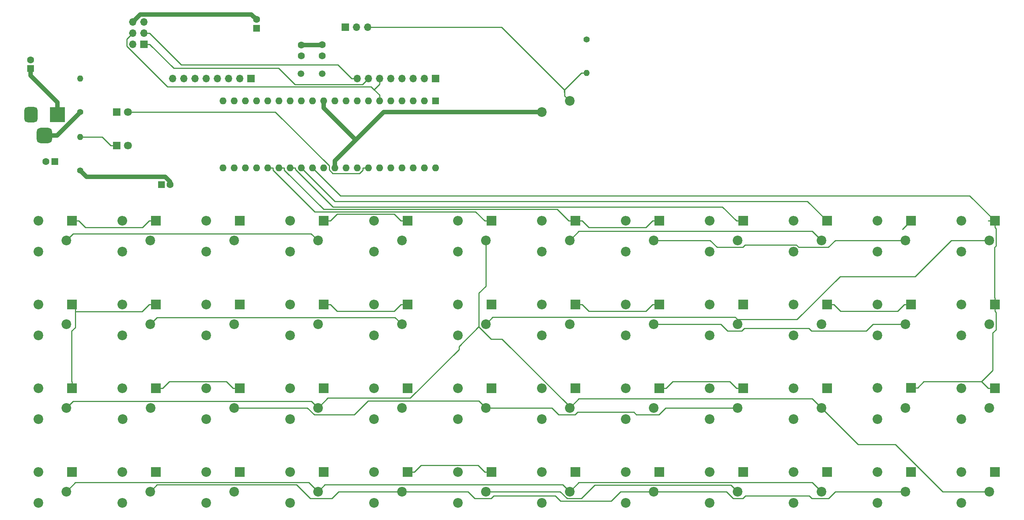
<source format=gbr>
%TF.GenerationSoftware,KiCad,Pcbnew,(6.0.0-0)*%
%TF.CreationDate,2022-09-22T00:13:08-04:00*%
%TF.ProjectId,justin-freetracing,6a757374-696e-42d6-9672-656574726163,rev?*%
%TF.SameCoordinates,Original*%
%TF.FileFunction,Copper,L1,Top*%
%TF.FilePolarity,Positive*%
%FSLAX46Y46*%
G04 Gerber Fmt 4.6, Leading zero omitted, Abs format (unit mm)*
G04 Created by KiCad (PCBNEW (6.0.0-0)) date 2022-09-22 00:13:08*
%MOMM*%
%LPD*%
G01*
G04 APERTURE LIST*
G04 Aperture macros list*
%AMRoundRect*
0 Rectangle with rounded corners*
0 $1 Rounding radius*
0 $2 $3 $4 $5 $6 $7 $8 $9 X,Y pos of 4 corners*
0 Add a 4 corners polygon primitive as box body*
4,1,4,$2,$3,$4,$5,$6,$7,$8,$9,$2,$3,0*
0 Add four circle primitives for the rounded corners*
1,1,$1+$1,$2,$3*
1,1,$1+$1,$4,$5*
1,1,$1+$1,$6,$7*
1,1,$1+$1,$8,$9*
0 Add four rect primitives between the rounded corners*
20,1,$1+$1,$2,$3,$4,$5,0*
20,1,$1+$1,$4,$5,$6,$7,0*
20,1,$1+$1,$6,$7,$8,$9,0*
20,1,$1+$1,$8,$9,$2,$3,0*%
G04 Aperture macros list end*
%TA.AperFunction,ComponentPad*%
%ADD10C,2.200000*%
%TD*%
%TA.AperFunction,ComponentPad*%
%ADD11R,1.700000X1.700000*%
%TD*%
%TA.AperFunction,ComponentPad*%
%ADD12O,1.700000X1.700000*%
%TD*%
%TA.AperFunction,ComponentPad*%
%ADD13R,1.600000X1.600000*%
%TD*%
%TA.AperFunction,ComponentPad*%
%ADD14C,1.600000*%
%TD*%
%TA.AperFunction,ComponentPad*%
%ADD15O,1.600000X1.600000*%
%TD*%
%TA.AperFunction,ComponentPad*%
%ADD16R,1.800000X1.800000*%
%TD*%
%TA.AperFunction,ComponentPad*%
%ADD17C,1.800000*%
%TD*%
%TA.AperFunction,ComponentPad*%
%ADD18C,1.400000*%
%TD*%
%TA.AperFunction,ComponentPad*%
%ADD19O,1.400000X1.400000*%
%TD*%
%TA.AperFunction,ComponentPad*%
%ADD20R,3.500000X3.500000*%
%TD*%
%TA.AperFunction,ComponentPad*%
%ADD21RoundRect,0.750000X-0.750000X-1.000000X0.750000X-1.000000X0.750000X1.000000X-0.750000X1.000000X0*%
%TD*%
%TA.AperFunction,ComponentPad*%
%ADD22RoundRect,0.875000X-0.875000X-0.875000X0.875000X-0.875000X0.875000X0.875000X-0.875000X0.875000X0*%
%TD*%
%TA.AperFunction,ComponentPad*%
%ADD23C,1.500000*%
%TD*%
%TA.AperFunction,ComponentPad*%
%ADD24R,2.200000X2.200000*%
%TD*%
%TA.AperFunction,ComponentPad*%
%ADD25O,2.200000X2.200000*%
%TD*%
%TA.AperFunction,Conductor*%
%ADD26C,0.250000*%
%TD*%
%TA.AperFunction,Conductor*%
%ADD27C,1.000000*%
%TD*%
G04 APERTURE END LIST*
D10*
%TO.P,K27,1,1*%
%TO.N,/KR2*%
X139700000Y-139700000D03*
%TO.P,K27,2,2*%
%TO.N,Net-(D27-Pad2)*%
X133350000Y-142240000D03*
%TD*%
%TO.P,K6,1,1*%
%TO.N,/KR5*%
X44450000Y-120650000D03*
%TO.P,K6,2,2*%
%TO.N,Net-(D6-Pad2)*%
X38100000Y-123190000D03*
%TD*%
%TO.P,K26,1,1*%
%TO.N,/KR1*%
X139700000Y-120650000D03*
%TO.P,K26,2,2*%
%TO.N,Net-(D26-Pad2)*%
X133350000Y-123190000D03*
%TD*%
%TO.P,K25,1,1*%
%TO.N,/KR0*%
X139700000Y-101600000D03*
%TO.P,K25,2,2*%
%TO.N,Net-(D25-Pad2)*%
X133350000Y-104140000D03*
%TD*%
D11*
%TO.P,J3,1,Pin_1*%
%TO.N,/PB0*%
X109220000Y-64770000D03*
D12*
%TO.P,J3,2,Pin_2*%
%TO.N,/PB1*%
X106680000Y-64770000D03*
%TO.P,J3,3,Pin_3*%
%TO.N,/PB2*%
X104140000Y-64770000D03*
%TO.P,J3,4,Pin_4*%
%TO.N,/PB3*%
X101600000Y-64770000D03*
%TO.P,J3,5,Pin_5*%
%TO.N,/PB4*%
X99060000Y-64770000D03*
%TO.P,J3,6,Pin_6*%
%TO.N,/MOSI*%
X96520000Y-64770000D03*
%TO.P,J3,7,Pin_7*%
%TO.N,/MISO*%
X93980000Y-64770000D03*
%TO.P,J3,8,Pin_8*%
%TO.N,/PB7*%
X91440000Y-64770000D03*
%TD*%
D13*
%TO.P,C5,1*%
%TO.N,VCC*%
X17280000Y-62520000D03*
D14*
%TO.P,C5,2*%
%TO.N,GND*%
X17280000Y-60520000D03*
%TD*%
D13*
%TO.P,U1,1,PB0*%
%TO.N,/PB0*%
X109220000Y-69850000D03*
D15*
%TO.P,U1,2,PB1*%
%TO.N,/PB1*%
X106680000Y-69850000D03*
%TO.P,U1,3,PB2*%
%TO.N,/PB2*%
X104140000Y-69850000D03*
%TO.P,U1,4,PB3*%
%TO.N,/PB3*%
X101600000Y-69850000D03*
%TO.P,U1,5,PB4*%
%TO.N,/PB4*%
X99060000Y-69850000D03*
%TO.P,U1,6,PB5*%
%TO.N,/MOSI*%
X96520000Y-69850000D03*
%TO.P,U1,7,PB6*%
%TO.N,/MISO*%
X93980000Y-69850000D03*
%TO.P,U1,8,PB7*%
%TO.N,/PB7*%
X91440000Y-69850000D03*
%TO.P,U1,9,~{RESET}*%
%TO.N,Net-(SW1-Pad2)*%
X88900000Y-69850000D03*
%TO.P,U1,10,VCC*%
%TO.N,VCC*%
X86360000Y-69850000D03*
%TO.P,U1,11,GND*%
%TO.N,GND*%
X83820000Y-69850000D03*
%TO.P,U1,12,XTAL2*%
%TO.N,Net-(C2-Pad2)*%
X81280000Y-69850000D03*
%TO.P,U1,13,XTAL1*%
%TO.N,Net-(C1-Pad2)*%
X78740000Y-69850000D03*
%TO.P,U1,14,PD0*%
%TO.N,/PD0*%
X76200000Y-69850000D03*
%TO.P,U1,15,PD1*%
%TO.N,/PD1*%
X73660000Y-69850000D03*
%TO.P,U1,16,PD2*%
%TO.N,/PD2*%
X71120000Y-69850000D03*
%TO.P,U1,17,PD3*%
%TO.N,/PD3*%
X68580000Y-69850000D03*
%TO.P,U1,18,PD4*%
%TO.N,/PD4*%
X66040000Y-69850000D03*
%TO.P,U1,19,PD5*%
%TO.N,/PD5*%
X63500000Y-69850000D03*
%TO.P,U1,20,PD6*%
%TO.N,/PD6*%
X60960000Y-69850000D03*
%TO.P,U1,21,PD7*%
%TO.N,/PD7*%
X60960000Y-85090000D03*
%TO.P,U1,22,PC0*%
%TO.N,/KC0*%
X63500000Y-85090000D03*
%TO.P,U1,23,PC1*%
%TO.N,/KC1*%
X66040000Y-85090000D03*
%TO.P,U1,24,PC2*%
%TO.N,/KC2*%
X68580000Y-85090000D03*
%TO.P,U1,25,PC3*%
%TO.N,/KC3*%
X71120000Y-85090000D03*
%TO.P,U1,26,PC4*%
%TO.N,/KC4*%
X73660000Y-85090000D03*
%TO.P,U1,27,PC5*%
%TO.N,/KC5*%
X76200000Y-85090000D03*
%TO.P,U1,28,PC6*%
%TO.N,/KC6*%
X78740000Y-85090000D03*
%TO.P,U1,29,PC7*%
%TO.N,/KC7*%
X81280000Y-85090000D03*
%TO.P,U1,30,AVCC*%
%TO.N,VCC*%
X83820000Y-85090000D03*
%TO.P,U1,31,GND*%
%TO.N,GND*%
X86360000Y-85090000D03*
%TO.P,U1,32,AREF*%
%TO.N,Net-(C3-Pad1)*%
X88900000Y-85090000D03*
%TO.P,U1,33,PA7*%
%TO.N,/PA7*%
X91440000Y-85090000D03*
%TO.P,U1,34,PA6*%
%TO.N,/PA6*%
X93980000Y-85090000D03*
%TO.P,U1,35,PA5*%
%TO.N,/KR5*%
X96520000Y-85090000D03*
%TO.P,U1,36,PA4*%
%TO.N,/KR4*%
X99060000Y-85090000D03*
%TO.P,U1,37,PA3*%
%TO.N,/KR3*%
X101600000Y-85090000D03*
%TO.P,U1,38,PA2*%
%TO.N,/KR2*%
X104140000Y-85090000D03*
%TO.P,U1,39,PA1*%
%TO.N,/KR1*%
X106680000Y-85090000D03*
%TO.P,U1,40,PA0*%
%TO.N,/KR0*%
X109220000Y-85090000D03*
%TD*%
D10*
%TO.P,K44,1,1*%
%TO.N,/KR1*%
X215900000Y-158750000D03*
%TO.P,K44,2,2*%
%TO.N,Net-(D44-Pad2)*%
X209550000Y-161290000D03*
%TD*%
%TO.P,K33,1,1*%
%TO.N,/KR2*%
X177800000Y-101600000D03*
%TO.P,K33,2,2*%
%TO.N,Net-(D33-Pad2)*%
X171450000Y-104140000D03*
%TD*%
%TO.P,K2,1,1*%
%TO.N,/KR1*%
X25400000Y-120650000D03*
%TO.P,K2,2,2*%
%TO.N,Net-(D2-Pad2)*%
X19050000Y-123190000D03*
%TD*%
D13*
%TO.P,C3,1*%
%TO.N,Net-(C3-Pad1)*%
X46990000Y-88900000D03*
D14*
%TO.P,C3,2*%
%TO.N,GND*%
X48990000Y-88900000D03*
%TD*%
D10*
%TO.P,K36,1,1*%
%TO.N,/KR5*%
X177800000Y-158750000D03*
%TO.P,K36,2,2*%
%TO.N,Net-(D36-Pad2)*%
X171450000Y-161290000D03*
%TD*%
%TO.P,K8,1,1*%
%TO.N,/KR1*%
X44450000Y-158750000D03*
%TO.P,K8,2,2*%
%TO.N,Net-(D8-Pad2)*%
X38100000Y-161290000D03*
%TD*%
D16*
%TO.P,D50,1,K*%
%TO.N,Net-(D50-Pad1)*%
X36830000Y-80010000D03*
D17*
%TO.P,D50,2,A*%
%TO.N,/PA7*%
X39370000Y-80010000D03*
%TD*%
D10*
%TO.P,K12,1,1*%
%TO.N,/KR5*%
X63500000Y-158750000D03*
%TO.P,K12,2,2*%
%TO.N,Net-(D12-Pad2)*%
X57150000Y-161290000D03*
%TD*%
%TO.P,K5,1,1*%
%TO.N,/KR4*%
X44450000Y-101600000D03*
%TO.P,K5,2,2*%
%TO.N,Net-(D5-Pad2)*%
X38100000Y-104140000D03*
%TD*%
%TO.P,K14,1,1*%
%TO.N,/KR1*%
X82550000Y-120650000D03*
%TO.P,K14,2,2*%
%TO.N,Net-(D14-Pad2)*%
X76200000Y-123190000D03*
%TD*%
%TO.P,K38,1,1*%
%TO.N,/KR1*%
X196850000Y-120650000D03*
%TO.P,K38,2,2*%
%TO.N,Net-(D38-Pad2)*%
X190500000Y-123190000D03*
%TD*%
D13*
%TO.P,C4,1*%
%TO.N,VCC*%
X68580000Y-53340000D03*
D14*
%TO.P,C4,2*%
%TO.N,GND*%
X68580000Y-51340000D03*
%TD*%
D10*
%TO.P,K23,1,1*%
%TO.N,/KR4*%
X120650000Y-139700000D03*
%TO.P,K23,2,2*%
%TO.N,Net-(D23-Pad2)*%
X114300000Y-142240000D03*
%TD*%
%TO.P,K16,1,1*%
%TO.N,/KR3*%
X82550000Y-158750000D03*
%TO.P,K16,2,2*%
%TO.N,Net-(D16-Pad2)*%
X76200000Y-161290000D03*
%TD*%
D18*
%TO.P,R1,1*%
%TO.N,GND*%
X28575000Y-72390000D03*
D19*
%TO.P,R1,2*%
%TO.N,Net-(D49-Pad1)*%
X28575000Y-64770000D03*
%TD*%
D10*
%TO.P,K10,1,1*%
%TO.N,/KR3*%
X63500000Y-120650000D03*
%TO.P,K10,2,2*%
%TO.N,Net-(D10-Pad2)*%
X57150000Y-123190000D03*
%TD*%
%TO.P,K43,1,1*%
%TO.N,/KR0*%
X215900000Y-139700000D03*
%TO.P,K43,2,2*%
%TO.N,Net-(D43-Pad2)*%
X209550000Y-142240000D03*
%TD*%
%TO.P,K49,1,1*%
%TO.N,Net-(K49-Pad1)*%
X139700000Y-69850000D03*
%TO.P,K49,2,2*%
%TO.N,GND*%
X133350000Y-72390000D03*
%TD*%
%TO.P,K48,1,1*%
%TO.N,/KR5*%
X234950000Y-139700000D03*
%TO.P,K48,2,2*%
%TO.N,Net-(D48-Pad2)*%
X228600000Y-142240000D03*
%TD*%
%TO.P,K13,1,1*%
%TO.N,/KR0*%
X82550000Y-101600000D03*
%TO.P,K13,2,2*%
%TO.N,Net-(D13-Pad2)*%
X76200000Y-104140000D03*
%TD*%
D11*
%TO.P,SW1,1,A*%
%TO.N,/~RESET*%
X88740000Y-53117500D03*
D12*
%TO.P,SW1,2,B*%
%TO.N,Net-(SW1-Pad2)*%
X91280000Y-53117500D03*
%TO.P,SW1,3,C*%
%TO.N,Net-(K49-Pad1)*%
X93820000Y-53117500D03*
%TD*%
D10*
%TO.P,K29,1,1*%
%TO.N,/KR4*%
X158750000Y-101600000D03*
%TO.P,K29,2,2*%
%TO.N,Net-(D29-Pad2)*%
X152400000Y-104140000D03*
%TD*%
%TO.P,K15,1,1*%
%TO.N,/KR2*%
X82550000Y-139700000D03*
%TO.P,K15,2,2*%
%TO.N,Net-(D15-Pad2)*%
X76200000Y-142240000D03*
%TD*%
%TO.P,K7,1,1*%
%TO.N,/KR0*%
X44577000Y-139700000D03*
%TO.P,K7,2,2*%
%TO.N,Net-(D7-Pad2)*%
X38227000Y-142240000D03*
%TD*%
%TO.P,K47,1,1*%
%TO.N,/KR4*%
X234950000Y-120650000D03*
%TO.P,K47,2,2*%
%TO.N,Net-(D47-Pad2)*%
X228600000Y-123190000D03*
%TD*%
%TO.P,K28,1,1*%
%TO.N,/KR3*%
X139700000Y-158750000D03*
%TO.P,K28,2,2*%
%TO.N,Net-(D28-Pad2)*%
X133350000Y-161290000D03*
%TD*%
%TO.P,K46,1,1*%
%TO.N,/KR3*%
X234950000Y-101600000D03*
%TO.P,K46,2,2*%
%TO.N,Net-(D46-Pad2)*%
X228600000Y-104140000D03*
%TD*%
%TO.P,K9,1,1*%
%TO.N,/KR2*%
X63500000Y-101600000D03*
%TO.P,K9,2,2*%
%TO.N,Net-(D9-Pad2)*%
X57150000Y-104140000D03*
%TD*%
D13*
%TO.P,C6,1*%
%TO.N,VCC*%
X22800000Y-83640000D03*
D14*
%TO.P,C6,2*%
%TO.N,GND*%
X20800000Y-83640000D03*
%TD*%
D10*
%TO.P,K20,1,1*%
%TO.N,/KR1*%
X101600000Y-158750000D03*
%TO.P,K20,2,2*%
%TO.N,Net-(D20-Pad2)*%
X95250000Y-161290000D03*
%TD*%
%TO.P,K45,1,1*%
%TO.N,/KR2*%
X234950000Y-158750000D03*
%TO.P,K45,2,2*%
%TO.N,Net-(D45-Pad2)*%
X228600000Y-161290000D03*
%TD*%
D18*
%TO.P,R2,1*%
%TO.N,GND*%
X28575000Y-85725000D03*
D19*
%TO.P,R2,2*%
%TO.N,Net-(D50-Pad1)*%
X28575000Y-78105000D03*
%TD*%
D10*
%TO.P,K17,1,1*%
%TO.N,/KR4*%
X101600000Y-101600000D03*
%TO.P,K17,2,2*%
%TO.N,Net-(D17-Pad2)*%
X95250000Y-104140000D03*
%TD*%
%TO.P,K34,1,1*%
%TO.N,/KR3*%
X177800000Y-120650000D03*
%TO.P,K34,2,2*%
%TO.N,Net-(D34-Pad2)*%
X171450000Y-123190000D03*
%TD*%
%TO.P,K32,1,1*%
%TO.N,/KR1*%
X158750000Y-158750000D03*
%TO.P,K32,2,2*%
%TO.N,Net-(D32-Pad2)*%
X152400000Y-161290000D03*
%TD*%
%TO.P,K40,1,1*%
%TO.N,/KR3*%
X196850000Y-158750000D03*
%TO.P,K40,2,2*%
%TO.N,Net-(D40-Pad2)*%
X190500000Y-161290000D03*
%TD*%
%TO.P,K31,1,1*%
%TO.N,/KR0*%
X158750000Y-139700000D03*
%TO.P,K31,2,2*%
%TO.N,Net-(D31-Pad2)*%
X152400000Y-142240000D03*
%TD*%
%TO.P,K18,1,1*%
%TO.N,/KR5*%
X101600000Y-120650000D03*
%TO.P,K18,2,2*%
%TO.N,Net-(D18-Pad2)*%
X95250000Y-123190000D03*
%TD*%
%TO.P,K41,1,1*%
%TO.N,/KR4*%
X215900000Y-101600000D03*
%TO.P,K41,2,2*%
%TO.N,Net-(D41-Pad2)*%
X209550000Y-104140000D03*
%TD*%
%TO.P,K39,1,1*%
%TO.N,/KR2*%
X196850000Y-139700000D03*
%TO.P,K39,2,2*%
%TO.N,Net-(D39-Pad2)*%
X190500000Y-142240000D03*
%TD*%
%TO.P,K21,1,1*%
%TO.N,/KR2*%
X120650000Y-101600000D03*
%TO.P,K21,2,2*%
%TO.N,Net-(D21-Pad2)*%
X114300000Y-104140000D03*
%TD*%
D11*
%TO.P,J2,1,Pin_1*%
%TO.N,/MISO*%
X43060000Y-56980000D03*
D12*
%TO.P,J2,2,Pin_2*%
%TO.N,VCC*%
X40520000Y-56980000D03*
%TO.P,J2,3,Pin_3*%
%TO.N,/PB7*%
X43060000Y-54440000D03*
%TO.P,J2,4,Pin_4*%
%TO.N,/MOSI*%
X40520000Y-54440000D03*
%TO.P,J2,5,Pin_5*%
%TO.N,/~RESET*%
X43060000Y-51900000D03*
%TO.P,J2,6,Pin_6*%
%TO.N,GND*%
X40520000Y-51900000D03*
%TD*%
D18*
%TO.P,R3,1*%
%TO.N,VCC*%
X143510000Y-55880000D03*
D19*
%TO.P,R3,2*%
%TO.N,Net-(K49-Pad1)*%
X143510000Y-63500000D03*
%TD*%
D20*
%TO.P,J5,1*%
%TO.N,VCC*%
X23400000Y-73022500D03*
D21*
%TO.P,J5,2*%
%TO.N,unconnected-(J5-Pad2)*%
X17400000Y-73022500D03*
D22*
%TO.P,J5,3*%
%TO.N,GND*%
X20400000Y-77722500D03*
%TD*%
D14*
%TO.P,C2,1*%
%TO.N,GND*%
X83490000Y-57130000D03*
%TO.P,C2,2*%
%TO.N,Net-(C2-Pad2)*%
X83490000Y-59630000D03*
%TD*%
D10*
%TO.P,K37,1,1*%
%TO.N,/KR0*%
X196850000Y-101600000D03*
%TO.P,K37,2,2*%
%TO.N,Net-(D37-Pad2)*%
X190500000Y-104140000D03*
%TD*%
D16*
%TO.P,D49,1,K*%
%TO.N,Net-(D49-Pad1)*%
X36830000Y-72390000D03*
D17*
%TO.P,D49,2,A*%
%TO.N,/PA6*%
X39370000Y-72390000D03*
%TD*%
D11*
%TO.P,J1,1,Pin_1*%
%TO.N,/PD0*%
X67310000Y-64770000D03*
D12*
%TO.P,J1,2,Pin_2*%
%TO.N,/PD1*%
X64770000Y-64770000D03*
%TO.P,J1,3,Pin_3*%
%TO.N,/PD2*%
X62230000Y-64770000D03*
%TO.P,J1,4,Pin_4*%
%TO.N,/PD3*%
X59690000Y-64770000D03*
%TO.P,J1,5,Pin_5*%
%TO.N,/PD4*%
X57150000Y-64770000D03*
%TO.P,J1,6,Pin_6*%
%TO.N,/PD5*%
X54610000Y-64770000D03*
%TO.P,J1,7,Pin_7*%
%TO.N,/PD6*%
X52070000Y-64770000D03*
%TO.P,J1,8,Pin_8*%
%TO.N,/PD7*%
X49530000Y-64770000D03*
%TD*%
D10*
%TO.P,K3,1,1*%
%TO.N,/KR2*%
X25400000Y-139700000D03*
%TO.P,K3,2,2*%
%TO.N,Net-(D3-Pad2)*%
X19050000Y-142240000D03*
%TD*%
%TO.P,K24,1,1*%
%TO.N,/KR5*%
X120650000Y-158750000D03*
%TO.P,K24,2,2*%
%TO.N,Net-(D24-Pad2)*%
X114300000Y-161290000D03*
%TD*%
D14*
%TO.P,C1,1*%
%TO.N,GND*%
X78740000Y-57150000D03*
%TO.P,C1,2*%
%TO.N,Net-(C1-Pad2)*%
X78740000Y-59650000D03*
%TD*%
D10*
%TO.P,K1,1,1*%
%TO.N,/KR0*%
X25400000Y-101600000D03*
%TO.P,K1,2,2*%
%TO.N,Net-(D1-Pad2)*%
X19050000Y-104140000D03*
%TD*%
%TO.P,K42,1,1*%
%TO.N,/KR5*%
X215900000Y-120650000D03*
%TO.P,K42,2,2*%
%TO.N,Net-(D42-Pad2)*%
X209550000Y-123190000D03*
%TD*%
%TO.P,K19,1,1*%
%TO.N,/KR0*%
X101600000Y-139700000D03*
%TO.P,K19,2,2*%
%TO.N,Net-(D19-Pad2)*%
X95250000Y-142240000D03*
%TD*%
%TO.P,K35,1,1*%
%TO.N,/KR4*%
X177800000Y-139700000D03*
%TO.P,K35,2,2*%
%TO.N,Net-(D35-Pad2)*%
X171450000Y-142240000D03*
%TD*%
%TO.P,K11,1,1*%
%TO.N,/KR4*%
X63500000Y-139700000D03*
%TO.P,K11,2,2*%
%TO.N,Net-(D11-Pad2)*%
X57150000Y-142240000D03*
%TD*%
%TO.P,K22,1,1*%
%TO.N,/KR3*%
X120650000Y-120650000D03*
%TO.P,K22,2,2*%
%TO.N,Net-(D22-Pad2)*%
X114300000Y-123190000D03*
%TD*%
%TO.P,K4,1,1*%
%TO.N,/KR3*%
X25400000Y-158750000D03*
%TO.P,K4,2,2*%
%TO.N,Net-(D4-Pad2)*%
X19050000Y-161290000D03*
%TD*%
D23*
%TO.P,Y1,1,1*%
%TO.N,Net-(C2-Pad2)*%
X83545000Y-63655000D03*
%TO.P,Y1,2,2*%
%TO.N,Net-(C1-Pad2)*%
X78665000Y-63655000D03*
%TD*%
D10*
%TO.P,K30,1,1*%
%TO.N,/KR5*%
X158750000Y-120650000D03*
%TO.P,K30,2,2*%
%TO.N,Net-(D30-Pad2)*%
X152400000Y-123190000D03*
%TD*%
D24*
%TO.P,D45,1,K*%
%TO.N,/KC7*%
X236220000Y-154305000D03*
D25*
%TO.P,D45,2,A*%
%TO.N,Net-(D45-Pad2)*%
X228600000Y-154305000D03*
%TD*%
D24*
%TO.P,D17,1,K*%
%TO.N,/KC2*%
X102870000Y-97155000D03*
D25*
%TO.P,D17,2,A*%
%TO.N,Net-(D17-Pad2)*%
X95250000Y-97155000D03*
%TD*%
D24*
%TO.P,D25,1,K*%
%TO.N,/KC4*%
X140970000Y-97155000D03*
D25*
%TO.P,D25,2,A*%
%TO.N,Net-(D25-Pad2)*%
X133350000Y-97155000D03*
%TD*%
D24*
%TO.P,D23,1,K*%
%TO.N,/KC3*%
X121920000Y-135255000D03*
D25*
%TO.P,D23,2,A*%
%TO.N,Net-(D23-Pad2)*%
X114300000Y-135255000D03*
%TD*%
D24*
%TO.P,D7,1,K*%
%TO.N,/KC1*%
X45720000Y-135255000D03*
D25*
%TO.P,D7,2,A*%
%TO.N,Net-(D7-Pad2)*%
X38100000Y-135255000D03*
%TD*%
D24*
%TO.P,D37,1,K*%
%TO.N,/KC6*%
X198120000Y-97155000D03*
D25*
%TO.P,D37,2,A*%
%TO.N,Net-(D37-Pad2)*%
X190500000Y-97155000D03*
%TD*%
D24*
%TO.P,D41,1,K*%
%TO.N,/KC6*%
X217170000Y-97155000D03*
D25*
%TO.P,D41,2,A*%
%TO.N,Net-(D41-Pad2)*%
X209550000Y-97155000D03*
%TD*%
D24*
%TO.P,D28,1,K*%
%TO.N,/KC4*%
X140970000Y-154305000D03*
D25*
%TO.P,D28,2,A*%
%TO.N,Net-(D28-Pad2)*%
X133350000Y-154305000D03*
%TD*%
D24*
%TO.P,D11,1,K*%
%TO.N,/KC1*%
X64770000Y-135255000D03*
D25*
%TO.P,D11,2,A*%
%TO.N,Net-(D11-Pad2)*%
X57150000Y-135255000D03*
%TD*%
D24*
%TO.P,D43,1,K*%
%TO.N,/KC7*%
X217170000Y-135128000D03*
D25*
%TO.P,D43,2,A*%
%TO.N,Net-(D43-Pad2)*%
X209550000Y-135128000D03*
%TD*%
D24*
%TO.P,D21,1,K*%
%TO.N,/KC3*%
X121920000Y-97155000D03*
D25*
%TO.P,D21,2,A*%
%TO.N,Net-(D21-Pad2)*%
X114300000Y-97155000D03*
%TD*%
D24*
%TO.P,D27,1,K*%
%TO.N,/KC4*%
X140970000Y-135255000D03*
D25*
%TO.P,D27,2,A*%
%TO.N,Net-(D27-Pad2)*%
X133350000Y-135255000D03*
%TD*%
D24*
%TO.P,D35,1,K*%
%TO.N,/KC5*%
X179070000Y-135255000D03*
D25*
%TO.P,D35,2,A*%
%TO.N,Net-(D35-Pad2)*%
X171450000Y-135255000D03*
%TD*%
D24*
%TO.P,D16,1,K*%
%TO.N,/KC2*%
X83820000Y-154305000D03*
D25*
%TO.P,D16,2,A*%
%TO.N,Net-(D16-Pad2)*%
X76200000Y-154305000D03*
%TD*%
D24*
%TO.P,D19,1,K*%
%TO.N,/KC3*%
X102870000Y-135255000D03*
D25*
%TO.P,D19,2,A*%
%TO.N,Net-(D19-Pad2)*%
X95250000Y-135255000D03*
%TD*%
D24*
%TO.P,D42,1,K*%
%TO.N,/KC6*%
X217170000Y-116205000D03*
D25*
%TO.P,D42,2,A*%
%TO.N,Net-(D42-Pad2)*%
X209550000Y-116205000D03*
%TD*%
D24*
%TO.P,D31,1,K*%
%TO.N,/KC5*%
X160020000Y-135255000D03*
D25*
%TO.P,D31,2,A*%
%TO.N,Net-(D31-Pad2)*%
X152400000Y-135255000D03*
%TD*%
D24*
%TO.P,D38,1,K*%
%TO.N,/KC6*%
X198120000Y-116205000D03*
D25*
%TO.P,D38,2,A*%
%TO.N,Net-(D38-Pad2)*%
X190500000Y-116205000D03*
%TD*%
D24*
%TO.P,D15,1,K*%
%TO.N,/KC2*%
X83820000Y-135255000D03*
D25*
%TO.P,D15,2,A*%
%TO.N,Net-(D15-Pad2)*%
X76200000Y-135255000D03*
%TD*%
D24*
%TO.P,D34,1,K*%
%TO.N,/KC5*%
X179070000Y-116205000D03*
D25*
%TO.P,D34,2,A*%
%TO.N,Net-(D34-Pad2)*%
X171450000Y-116205000D03*
%TD*%
D24*
%TO.P,D10,1,K*%
%TO.N,/KC1*%
X64770000Y-116205000D03*
D25*
%TO.P,D10,2,A*%
%TO.N,Net-(D10-Pad2)*%
X57150000Y-116205000D03*
%TD*%
D24*
%TO.P,D40,1,K*%
%TO.N,/KC6*%
X198120000Y-154305000D03*
D25*
%TO.P,D40,2,A*%
%TO.N,Net-(D40-Pad2)*%
X190500000Y-154305000D03*
%TD*%
D24*
%TO.P,D13,1,K*%
%TO.N,/KC2*%
X83820000Y-97155000D03*
D25*
%TO.P,D13,2,A*%
%TO.N,Net-(D13-Pad2)*%
X76200000Y-97155000D03*
%TD*%
D24*
%TO.P,D29,1,K*%
%TO.N,/KC4*%
X160020000Y-97155000D03*
D25*
%TO.P,D29,2,A*%
%TO.N,Net-(D29-Pad2)*%
X152400000Y-97155000D03*
%TD*%
D24*
%TO.P,D6,1,K*%
%TO.N,/KC0*%
X45720000Y-116205000D03*
D25*
%TO.P,D6,2,A*%
%TO.N,Net-(D6-Pad2)*%
X38100000Y-116205000D03*
%TD*%
D24*
%TO.P,D5,1,K*%
%TO.N,/KC0*%
X45720000Y-97155000D03*
D25*
%TO.P,D5,2,A*%
%TO.N,Net-(D5-Pad2)*%
X38100000Y-97155000D03*
%TD*%
D24*
%TO.P,D12,1,K*%
%TO.N,/KC1*%
X64770000Y-154305000D03*
D25*
%TO.P,D12,2,A*%
%TO.N,Net-(D12-Pad2)*%
X57150000Y-154305000D03*
%TD*%
D24*
%TO.P,D32,1,K*%
%TO.N,/KC5*%
X160020000Y-154305000D03*
D25*
%TO.P,D32,2,A*%
%TO.N,Net-(D32-Pad2)*%
X152400000Y-154305000D03*
%TD*%
D24*
%TO.P,D44,1,K*%
%TO.N,/KC7*%
X217170000Y-154305000D03*
D25*
%TO.P,D44,2,A*%
%TO.N,Net-(D44-Pad2)*%
X209550000Y-154305000D03*
%TD*%
D24*
%TO.P,D8,1,K*%
%TO.N,/KC1*%
X45720000Y-154305000D03*
D25*
%TO.P,D8,2,A*%
%TO.N,Net-(D8-Pad2)*%
X38100000Y-154305000D03*
%TD*%
D24*
%TO.P,D9,1,K*%
%TO.N,/KC1*%
X64770000Y-97155000D03*
D25*
%TO.P,D9,2,A*%
%TO.N,Net-(D9-Pad2)*%
X57150000Y-97155000D03*
%TD*%
D24*
%TO.P,D14,1,K*%
%TO.N,/KC2*%
X83820000Y-116205000D03*
D25*
%TO.P,D14,2,A*%
%TO.N,Net-(D14-Pad2)*%
X76200000Y-116205000D03*
%TD*%
D24*
%TO.P,D20,1,K*%
%TO.N,/KC3*%
X102870000Y-154305000D03*
D25*
%TO.P,D20,2,A*%
%TO.N,Net-(D20-Pad2)*%
X95250000Y-154305000D03*
%TD*%
D24*
%TO.P,D46,1,K*%
%TO.N,/KC7*%
X236220000Y-97155000D03*
D25*
%TO.P,D46,2,A*%
%TO.N,Net-(D46-Pad2)*%
X228600000Y-97155000D03*
%TD*%
D24*
%TO.P,D18,1,K*%
%TO.N,/KC2*%
X102870000Y-116205000D03*
D25*
%TO.P,D18,2,A*%
%TO.N,Net-(D18-Pad2)*%
X95250000Y-116205000D03*
%TD*%
D24*
%TO.P,D47,1,K*%
%TO.N,/KC7*%
X236220000Y-116205000D03*
D25*
%TO.P,D47,2,A*%
%TO.N,Net-(D47-Pad2)*%
X228600000Y-116205000D03*
%TD*%
D24*
%TO.P,D24,1,K*%
%TO.N,/KC3*%
X121920000Y-154305000D03*
D25*
%TO.P,D24,2,A*%
%TO.N,Net-(D24-Pad2)*%
X114300000Y-154305000D03*
%TD*%
D24*
%TO.P,D22,1,K*%
%TO.N,/KC3*%
X121920000Y-116205000D03*
D25*
%TO.P,D22,2,A*%
%TO.N,Net-(D22-Pad2)*%
X114300000Y-116205000D03*
%TD*%
D24*
%TO.P,D4,1,K*%
%TO.N,/KC0*%
X26670000Y-154305000D03*
D25*
%TO.P,D4,2,A*%
%TO.N,Net-(D4-Pad2)*%
X19050000Y-154305000D03*
%TD*%
D24*
%TO.P,D3,1,K*%
%TO.N,/KC0*%
X26670000Y-135255000D03*
D25*
%TO.P,D3,2,A*%
%TO.N,Net-(D3-Pad2)*%
X19050000Y-135255000D03*
%TD*%
D24*
%TO.P,D1,1,K*%
%TO.N,/KC0*%
X26670000Y-97155000D03*
D25*
%TO.P,D1,2,A*%
%TO.N,Net-(D1-Pad2)*%
X19050000Y-97155000D03*
%TD*%
D24*
%TO.P,D33,1,K*%
%TO.N,/KC5*%
X179070000Y-97155000D03*
D25*
%TO.P,D33,2,A*%
%TO.N,Net-(D33-Pad2)*%
X171450000Y-97155000D03*
%TD*%
D24*
%TO.P,D2,1,K*%
%TO.N,/KC0*%
X26670000Y-116205000D03*
D25*
%TO.P,D2,2,A*%
%TO.N,Net-(D2-Pad2)*%
X19050000Y-116205000D03*
%TD*%
D24*
%TO.P,D39,1,K*%
%TO.N,/KC6*%
X198120000Y-135255000D03*
D25*
%TO.P,D39,2,A*%
%TO.N,Net-(D39-Pad2)*%
X190500000Y-135255000D03*
%TD*%
D24*
%TO.P,D26,1,K*%
%TO.N,/KC4*%
X140970000Y-116205000D03*
D25*
%TO.P,D26,2,A*%
%TO.N,Net-(D26-Pad2)*%
X133350000Y-116205000D03*
%TD*%
D24*
%TO.P,D48,1,K*%
%TO.N,/KC7*%
X236220000Y-135255000D03*
D25*
%TO.P,D48,2,A*%
%TO.N,Net-(D48-Pad2)*%
X228600000Y-135255000D03*
%TD*%
D24*
%TO.P,D36,1,K*%
%TO.N,/KC5*%
X179070000Y-154305000D03*
D25*
%TO.P,D36,2,A*%
%TO.N,Net-(D36-Pad2)*%
X171450000Y-154305000D03*
%TD*%
D24*
%TO.P,D30,1,K*%
%TO.N,/KC4*%
X160020000Y-116205000D03*
D25*
%TO.P,D30,2,A*%
%TO.N,Net-(D30-Pad2)*%
X152400000Y-116205000D03*
%TD*%
D26*
%TO.N,/KC7*%
X236220000Y-97155000D02*
X230505000Y-91440000D01*
X230505000Y-91440000D02*
X87630000Y-91440000D01*
X87630000Y-91440000D02*
X81280000Y-85090000D01*
%TO.N,/KC6*%
X198120000Y-97155000D02*
X193675000Y-92710000D01*
X193675000Y-92710000D02*
X86360000Y-92710000D01*
X86360000Y-92710000D02*
X78740000Y-85090000D01*
X217170000Y-97155000D02*
X215265000Y-99060000D01*
%TO.N,/KC0*%
X42632200Y-117768000D02*
X44194900Y-116205000D01*
X29720200Y-98680100D02*
X42669800Y-98680100D01*
X27432600Y-117768000D02*
X27432600Y-121407000D01*
X26670000Y-97155000D02*
X28195100Y-97155000D01*
X27432600Y-121407000D02*
X26612900Y-122227000D01*
X27432600Y-116205000D02*
X27432600Y-117768000D01*
X28195100Y-97155000D02*
X29720200Y-98680100D01*
X26612900Y-133673000D02*
X26670000Y-133730000D01*
X44194900Y-97155000D02*
X45720000Y-97155000D01*
X44194900Y-116205000D02*
X45720000Y-116205000D01*
X27432600Y-117768000D02*
X42632200Y-117768000D01*
X42669800Y-98680100D02*
X44194900Y-97155000D01*
X26670000Y-133730000D02*
X26670000Y-135255000D01*
X26670000Y-116205000D02*
X27432600Y-116205000D01*
X26612900Y-122227000D02*
X26612900Y-133673000D01*
%TO.N,/KC1*%
X47245100Y-135255000D02*
X45720000Y-135255000D01*
X63244900Y-135255000D02*
X61719800Y-133730000D01*
X61719800Y-133730000D02*
X48770200Y-133730000D01*
X64770000Y-135255000D02*
X63244900Y-135255000D01*
X48770200Y-133730000D02*
X47245100Y-135255000D01*
%TO.N,/KC3*%
X72345100Y-85090000D02*
X71120000Y-85090000D01*
X121920000Y-154305000D02*
X120395000Y-154305000D01*
X81827200Y-95079800D02*
X72345100Y-85597700D01*
X120395000Y-97155000D02*
X118320000Y-95079800D01*
X118870000Y-152780000D02*
X105920000Y-152780000D01*
X120395000Y-154305000D02*
X118870000Y-152780000D01*
X118320000Y-95079800D02*
X81827200Y-95079800D01*
X104395000Y-154305000D02*
X102870000Y-154305000D01*
X105920000Y-152780000D02*
X104395000Y-154305000D01*
X121920000Y-97155000D02*
X120395000Y-97155000D01*
X72345100Y-85597700D02*
X72345100Y-85090000D01*
%TO.N,/KC5*%
X177545000Y-97155000D02*
X179070000Y-97155000D01*
X179070000Y-135255000D02*
X177545000Y-135255000D01*
X163070000Y-133730000D02*
X161545000Y-135255000D01*
X174369000Y-93979500D02*
X177545000Y-97155000D01*
X77425100Y-85090000D02*
X77425100Y-85470800D01*
X76200000Y-85090000D02*
X77425100Y-85090000D01*
X177545000Y-135255000D02*
X176020000Y-133730000D01*
X77425100Y-85470800D02*
X85933800Y-93979500D01*
X176020000Y-133730000D02*
X163070000Y-133730000D01*
X85933800Y-93979500D02*
X174369000Y-93979500D01*
X161545000Y-135255000D02*
X160020000Y-135255000D01*
%TO.N,/KC6*%
X214120000Y-117730000D02*
X201170000Y-117730000D01*
X215645000Y-116205000D02*
X214120000Y-117730000D01*
X201170000Y-117730000D02*
X199645000Y-116205000D01*
X217170000Y-116205000D02*
X215645000Y-116205000D01*
X199645000Y-116205000D02*
X198120000Y-116205000D01*
%TO.N,/KC7*%
X236478000Y-98938100D02*
X236220000Y-98680100D01*
X236480000Y-121910000D02*
X235763000Y-122627000D01*
X235763000Y-131136000D02*
X233170000Y-133730000D01*
X233170000Y-133730000D02*
X234695000Y-135255000D01*
X218695000Y-135128000D02*
X220093000Y-133730000D01*
X235763000Y-122627000D02*
X235763000Y-131136000D01*
X217170000Y-135128000D02*
X218695000Y-135128000D01*
X234695000Y-135255000D02*
X236220000Y-135255000D01*
X236220000Y-97155000D02*
X234695000Y-97155000D01*
X236220000Y-116205000D02*
X236220000Y-117730000D01*
X220093000Y-133730000D02*
X233170000Y-133730000D01*
X236220000Y-117730000D02*
X236480000Y-117990000D01*
X236478000Y-102862000D02*
X236478000Y-98938100D01*
X236163000Y-103177000D02*
X236478000Y-102862000D01*
X236220000Y-116205000D02*
X236220000Y-114680000D01*
X236480000Y-117990000D02*
X236480000Y-121910000D01*
X236220000Y-98680100D02*
X236220000Y-97155000D01*
X236163000Y-114623000D02*
X236163000Y-103177000D01*
X236220000Y-114680000D02*
X236163000Y-114623000D01*
%TO.N,/MOSI*%
X95264800Y-67300300D02*
X96520000Y-66045100D01*
X94627200Y-66662800D02*
X95264800Y-67300300D01*
X95264800Y-67300300D02*
X96520000Y-68555600D01*
X40520000Y-54440000D02*
X39175700Y-55784300D01*
X39175700Y-55784300D02*
X39175700Y-57466800D01*
X96520000Y-66045100D02*
X96520000Y-64770000D01*
X96520000Y-68555600D02*
X96520000Y-69850000D01*
X48371700Y-66662800D02*
X94627200Y-66662800D01*
X39175700Y-57466800D02*
X48371700Y-66662800D01*
%TO.N,/KR0*%
X141775000Y-99524700D02*
X139700000Y-101600000D01*
X196850000Y-101600000D02*
X194775000Y-99524700D01*
X81009700Y-100060000D02*
X82550000Y-101600000D01*
X26940300Y-100060000D02*
X81009700Y-100060000D01*
X25400000Y-101600000D02*
X26940300Y-100060000D01*
X194775000Y-99524700D02*
X141775000Y-99524700D01*
%TO.N,/MISO*%
X44335100Y-56980000D02*
X49785900Y-62430800D01*
X43060000Y-56980000D02*
X44335100Y-56980000D01*
X77324100Y-66112600D02*
X92637400Y-66112600D01*
X92637400Y-66112600D02*
X93980000Y-64770000D01*
X73642300Y-62430800D02*
X77324100Y-66112600D01*
X49785900Y-62430800D02*
X73642300Y-62430800D01*
%TO.N,/KC2*%
X83820000Y-97155000D02*
X85345100Y-97155000D01*
X99819800Y-95629900D02*
X101345000Y-97155000D01*
X85345100Y-116205000D02*
X86870200Y-117730000D01*
X83820000Y-116205000D02*
X85345100Y-116205000D01*
X86870200Y-117730000D02*
X99819800Y-117730000D01*
X99819800Y-117730000D02*
X101345000Y-116205000D01*
X86870200Y-95629900D02*
X99819800Y-95629900D01*
X101345000Y-97155000D02*
X102870000Y-97155000D01*
X85345100Y-97155000D02*
X86870200Y-95629900D01*
X101345000Y-116205000D02*
X102870000Y-116205000D01*
%TO.N,/KC4*%
X142495000Y-116205000D02*
X144020000Y-117730000D01*
X74885100Y-85090000D02*
X73660000Y-85090000D01*
X140970000Y-97155000D02*
X139445000Y-97155000D01*
X156970000Y-98680100D02*
X158495000Y-97155000D01*
X74885100Y-85597700D02*
X74885100Y-85090000D01*
X158495000Y-116205000D02*
X160020000Y-116205000D01*
X136820000Y-94529700D02*
X83817100Y-94529700D01*
X139445000Y-97155000D02*
X136820000Y-94529700D01*
X158495000Y-97155000D02*
X160020000Y-97155000D01*
X144020000Y-117730000D02*
X156970000Y-117730000D01*
X140970000Y-116205000D02*
X142495000Y-116205000D01*
X142495000Y-97155000D02*
X144020000Y-98680100D01*
X140970000Y-97155000D02*
X142495000Y-97155000D01*
X144020000Y-98680100D02*
X156970000Y-98680100D01*
X156970000Y-117730000D02*
X158495000Y-116205000D01*
X83817100Y-94529700D02*
X74885100Y-85597700D01*
D27*
%TO.N,VCC*%
X17280000Y-64120100D02*
X23400000Y-70240100D01*
X17280000Y-62520000D02*
X17280000Y-64120100D01*
X23400000Y-70240100D02*
X23400000Y-73022500D01*
%TO.N,GND*%
X86360000Y-85090000D02*
X86360000Y-83489900D01*
X78740000Y-57150000D02*
X83470000Y-57150000D01*
X83820000Y-69850000D02*
X83820000Y-71450100D01*
X23341900Y-77722500D02*
X28575000Y-72489400D01*
X86360000Y-83489900D02*
X91109900Y-78740000D01*
X83820000Y-71450100D02*
X91109900Y-78740000D01*
X97459900Y-72390000D02*
X133350000Y-72390000D01*
X28575000Y-72489400D02*
X28575000Y-72390000D01*
X48990000Y-88258100D02*
X48990000Y-88900000D01*
X40520000Y-51900000D02*
X42220300Y-50199700D01*
X28575000Y-85725000D02*
X29966300Y-87116300D01*
X29966300Y-87116300D02*
X47848200Y-87116300D01*
X42220300Y-50199700D02*
X67439700Y-50199700D01*
X91109900Y-78740000D02*
X97459900Y-72390000D01*
X47848200Y-87116300D02*
X48990000Y-88258100D01*
X67439700Y-50199700D02*
X68580000Y-51340000D01*
X83470000Y-57150000D02*
X83490000Y-57130000D01*
X20400000Y-77722500D02*
X23341900Y-77722500D01*
D26*
%TO.N,/PB7*%
X91440000Y-64770000D02*
X90164900Y-64770000D01*
X44335100Y-54440000D02*
X43060000Y-54440000D01*
X87047600Y-61652700D02*
X51547800Y-61652700D01*
X90164900Y-64770000D02*
X87047600Y-61652700D01*
X51547800Y-61652700D02*
X44335100Y-54440000D01*
%TO.N,/PA6*%
X85090000Y-85575800D02*
X85090000Y-84625100D01*
X92003700Y-86348900D02*
X85863100Y-86348900D01*
X93980000Y-85090000D02*
X92754900Y-85090000D01*
X85090000Y-84625100D02*
X72854900Y-72390000D01*
X92754900Y-85597700D02*
X92003700Y-86348900D01*
X72854900Y-72390000D02*
X39370000Y-72390000D01*
X92754900Y-85090000D02*
X92754900Y-85597700D01*
X85863100Y-86348900D02*
X85090000Y-85575800D01*
%TO.N,/KR5*%
X139104000Y-160310000D02*
X137543000Y-158750000D01*
X194597000Y-122205000D02*
X207050000Y-122205000D01*
X158750000Y-120650000D02*
X173993000Y-120650000D01*
X177800000Y-158750000D02*
X176275000Y-157225000D01*
X194035000Y-121642000D02*
X194597000Y-122205000D01*
X100064000Y-119114000D02*
X101600000Y-120650000D01*
X208605000Y-120650000D02*
X215900000Y-120650000D01*
X179348000Y-121642000D02*
X194035000Y-121642000D01*
X175547000Y-122205000D02*
X178785000Y-122205000D01*
X178785000Y-122205000D02*
X179348000Y-121642000D01*
X44450000Y-120650000D02*
X45986500Y-119114000D01*
X137543000Y-158750000D02*
X120650000Y-158750000D01*
X45986500Y-119114000D02*
X100064000Y-119114000D01*
X142353000Y-160310000D02*
X139104000Y-160310000D01*
X176275000Y-157225000D02*
X145439000Y-157225000D01*
X173993000Y-120650000D02*
X175547000Y-122205000D01*
X207050000Y-122205000D02*
X208605000Y-120650000D01*
X145439000Y-157225000D02*
X142353000Y-160310000D01*
%TO.N,/KR4*%
X154269000Y-140670000D02*
X141500000Y-140670000D01*
X137166000Y-141227000D02*
X135638000Y-139700000D01*
X198416000Y-103187000D02*
X191727000Y-103187000D01*
X141500000Y-140670000D02*
X140942000Y-141227000D01*
X93909600Y-138138000D02*
X119088000Y-138138000D01*
X119088000Y-138138000D02*
X120650000Y-139700000D01*
X159992000Y-141227000D02*
X154827000Y-141227000D01*
X177800000Y-139700000D02*
X161520000Y-139700000D01*
X135638000Y-139700000D02*
X120650000Y-139700000D01*
X171611000Y-101600000D02*
X158750000Y-101600000D01*
X161520000Y-139700000D02*
X159992000Y-141227000D01*
X191727000Y-103187000D02*
X191140000Y-102601000D01*
X154827000Y-141227000D02*
X154269000Y-140670000D01*
X81709300Y-141246000D02*
X90801700Y-141246000D01*
X80163400Y-139700000D02*
X81709300Y-141246000D01*
X179569000Y-102601000D02*
X179042000Y-103127000D01*
X191140000Y-102601000D02*
X179569000Y-102601000D01*
X215900000Y-101600000D02*
X200003000Y-101600000D01*
X90801700Y-141246000D02*
X93909600Y-138138000D01*
X173138000Y-103127000D02*
X171611000Y-101600000D01*
X200003000Y-101600000D02*
X198416000Y-103187000D01*
X179042000Y-103127000D02*
X173138000Y-103127000D01*
X140942000Y-141227000D02*
X137166000Y-141227000D01*
X63500000Y-139700000D02*
X80163400Y-139700000D01*
%TO.N,/KR3*%
X80455900Y-156656000D02*
X82550000Y-158750000D01*
X177800000Y-119609000D02*
X191299000Y-119609000D01*
X177800000Y-120650000D02*
X177800000Y-119609000D01*
X196850000Y-158750000D02*
X194775000Y-156675000D01*
X177280000Y-119089000D02*
X177800000Y-119609000D01*
X226312000Y-101600000D02*
X234950000Y-101600000D01*
X138121000Y-157171000D02*
X84129100Y-157171000D01*
X218106000Y-109806000D02*
X226312000Y-101600000D01*
X25400000Y-158750000D02*
X27494100Y-156656000D01*
X122211000Y-119089000D02*
X177280000Y-119089000D01*
X201102000Y-109806000D02*
X218106000Y-109806000D01*
X194775000Y-156675000D02*
X141775000Y-156675000D01*
X191299000Y-119609000D02*
X201102000Y-109806000D01*
X120650000Y-120650000D02*
X122211000Y-119089000D01*
X141775000Y-156675000D02*
X139700000Y-158750000D01*
X84129100Y-157171000D02*
X82550000Y-158750000D01*
X27494100Y-156656000D02*
X80455900Y-156656000D01*
X139700000Y-158750000D02*
X138121000Y-157171000D01*
%TO.N,/KR2*%
X213660000Y-147994000D02*
X205144000Y-147994000D01*
X141775000Y-137625000D02*
X139700000Y-139700000D01*
X84772500Y-137478000D02*
X82550000Y-139700000D01*
X26925100Y-138175000D02*
X81024900Y-138175000D01*
X196850000Y-139700000D02*
X194775000Y-137625000D01*
X119102000Y-113559000D02*
X119102000Y-121308000D01*
X224416000Y-158750000D02*
X213660000Y-147994000D01*
X118993000Y-121308000D02*
X114556000Y-125745000D01*
X139700000Y-139416000D02*
X139700000Y-139700000D01*
X194775000Y-137625000D02*
X141775000Y-137625000D01*
X119102000Y-121308000D02*
X118993000Y-121308000D01*
X114556000Y-126451000D02*
X103530000Y-137478000D01*
X120650000Y-112012000D02*
X119102000Y-113559000D01*
X25400000Y-139700000D02*
X26925100Y-138175000D01*
X234950000Y-158750000D02*
X224416000Y-158750000D01*
X124328000Y-124045000D02*
X139700000Y-139416000D01*
X205144000Y-147994000D02*
X196850000Y-139700000D01*
X121839000Y-124045000D02*
X124328000Y-124045000D01*
X119102000Y-121308000D02*
X121839000Y-124045000D01*
X114556000Y-125745000D02*
X114556000Y-126451000D01*
X103530000Y-137478000D02*
X84772500Y-137478000D01*
X120650000Y-101600000D02*
X120650000Y-112012000D01*
X81024900Y-138175000D02*
X82550000Y-139700000D01*
%TO.N,/KR1*%
X179042000Y-160277000D02*
X176787000Y-160277000D01*
X121892000Y-160277000D02*
X122455000Y-159714000D01*
X136454000Y-159714000D02*
X137600000Y-160861000D01*
X77707100Y-157206000D02*
X80799300Y-160298000D01*
X194072000Y-159714000D02*
X179605000Y-159714000D01*
X85688200Y-160298000D02*
X87216500Y-158770000D01*
X122455000Y-159714000D02*
X136454000Y-159714000D01*
X101600000Y-158750000D02*
X101600000Y-158770000D01*
X137600000Y-160861000D02*
X149165000Y-160861000D01*
X116608000Y-158770000D02*
X118116000Y-160277000D01*
X80799300Y-160298000D02*
X85688200Y-160298000D01*
X101600000Y-158770000D02*
X116608000Y-158770000D01*
X45993900Y-157206000D02*
X77707100Y-157206000D01*
X87216500Y-158770000D02*
X101600000Y-158770000D01*
X149165000Y-160861000D02*
X151275000Y-158750000D01*
X200003000Y-158750000D02*
X198453000Y-160299000D01*
X118116000Y-160277000D02*
X121892000Y-160277000D01*
X175260000Y-158750000D02*
X158750000Y-158750000D01*
X215900000Y-158750000D02*
X200003000Y-158750000D01*
X151275000Y-158750000D02*
X158750000Y-158750000D01*
X179605000Y-159714000D02*
X179042000Y-160277000D01*
X176787000Y-160277000D02*
X175260000Y-158750000D01*
X194657000Y-160299000D02*
X194072000Y-159714000D01*
X198453000Y-160299000D02*
X194657000Y-160299000D01*
X44450000Y-158750000D02*
X45993900Y-157206000D01*
%TO.N,Net-(D50-Pad1)*%
X33599900Y-78105000D02*
X35504900Y-80010000D01*
X28575000Y-78105000D02*
X33599900Y-78105000D01*
X35504900Y-80010000D02*
X36830000Y-80010000D01*
%TO.N,Net-(K49-Pad1)*%
X138585000Y-67300000D02*
X142385000Y-63500000D01*
X93820000Y-53117500D02*
X124238000Y-53117500D01*
X139700000Y-69850000D02*
X138585000Y-68734900D01*
X138585000Y-68734900D02*
X138585000Y-68017400D01*
X138430000Y-67310000D02*
X138430000Y-67862400D01*
X142385000Y-63500000D02*
X143510000Y-63500000D01*
X124238000Y-53117500D02*
X138430000Y-67310000D01*
X138430000Y-67862400D02*
X138585000Y-68017400D01*
X138585000Y-68017400D02*
X138585000Y-67300000D01*
%TD*%
M02*

</source>
